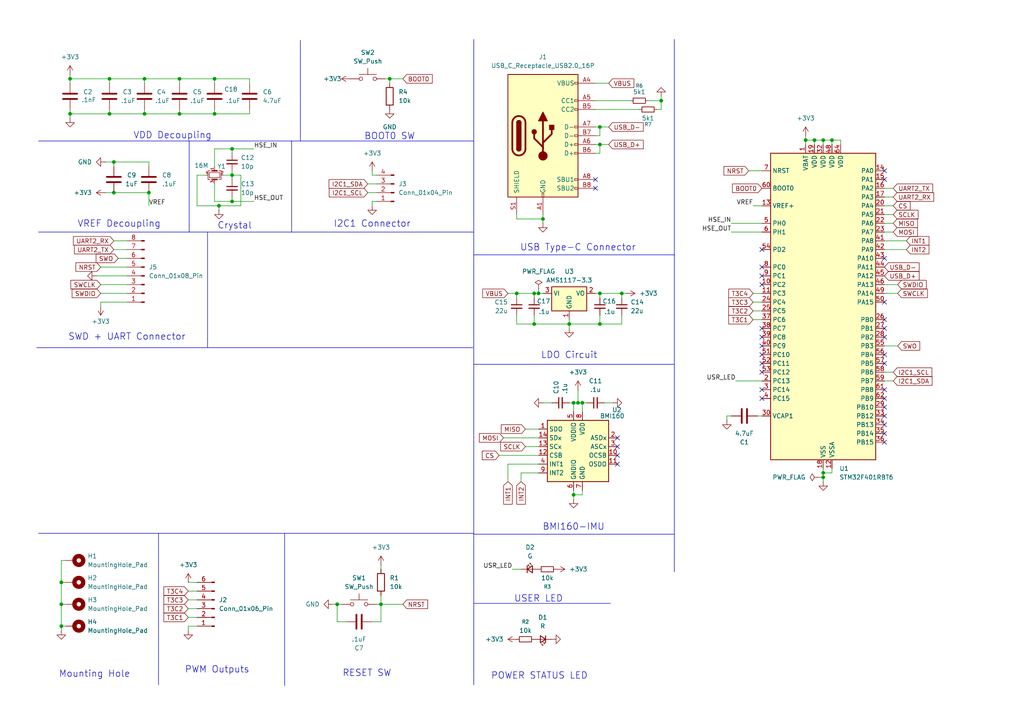
<source format=kicad_sch>
(kicad_sch (version 20250114) (generator "eeschema") (generator_version "9.0")
  (paper "A4")
  (text "Mounting Hole\n" (at 27.432 195.58 0) (effects (font (size 1.905 1.905))))
  (text "PWM Outputs" (at 62.992 194.31 0) (effects (font (size 1.905 1.905))))
  (text "POWER STATUS LED" (at 156.464 196.088 0) (effects (font (size 1.905 1.905))))
  (text "SWD + UART Connector\n" (at 36.83 97.79 0) (effects (font (size 1.905 1.905))))
  (text "USB Type-C Connector\n" (at 167.64 71.882 0) (effects (font (size 1.905 1.905))))
  (text "VREF Decoupling\n" (at 34.544 65.024 0) (effects (font (size 1.905 1.905))))
  (text "RESET SW\n" (at 106.426 195.326 0) (effects (font (size 1.905 1.905))))
  (text "BOOT0 SW" (at 113.03 39.624 0) (effects (font (size 1.905 1.905))))
  (text "I2C1 Connector" (at 107.95 65.024 0) (effects (font (size 1.905 1.905))))
  (text "Crystal" (at 68.072 65.532 0) (effects (font (size 1.905 1.905))))
  (text "USER LED" (at 156.21 173.736 0) (effects (font (size 1.905 1.905))))
  (text "VDD Decoupling\n" (at 50.038 39.37 0) (effects (font (size 1.905 1.905))))
  (text "LDO Circuit" (at 165.1 103.124 0) (effects (font (size 1.905 1.905))))
  (text "BMI160-IMU" (at 166.37 152.908 0) (effects (font (size 1.905 1.905))))
  (junction (at 31.75 22.86))
  (junction (at 67.31 43.18))
  (junction (at 238.76 137.16))
  (junction (at 20.32 22.86))
  (junction (at 173.99 85.09))
  (junction (at 236.22 40.64))
  (junction (at 241.3 40.64))
  (junction (at 17.78 175.26))
  (junction (at 238.76 40.64))
  (junction (at 113.03 22.86))
  (junction (at 191.77 29.21))
  (junction (at 233.68 40.64))
  (junction (at 166.37 143.51))
  (junction (at 154.94 93.98))
  (junction (at 154.94 85.09))
  (junction (at 31.75 33.02))
  (junction (at 167.64 116.84))
  (junction (at 17.78 168.91))
  (junction (at 156.21 85.09))
  (junction (at 97.79 175.26))
  (junction (at 173.99 93.98))
  (junction (at 149.86 85.09))
  (junction (at 165.1 93.98))
  (junction (at 43.18 55.88))
  (junction (at 20.32 33.02))
  (junction (at 173.99 41.91))
  (junction (at 62.23 33.02))
  (junction (at 62.23 22.86))
  (junction (at 52.07 33.02))
  (junction (at 63.5 59.69))
  (junction (at 238.76 138.43))
  (junction (at 41.91 33.02))
  (junction (at 67.31 58.42))
  (junction (at 168.91 116.84))
  (junction (at 33.02 55.88))
  (junction (at 157.48 63.5))
  (junction (at 41.91 22.86))
  (junction (at 180.34 85.09))
  (junction (at 33.02 46.99))
  (junction (at 17.78 181.61))
  (junction (at 173.99 36.83))
  (junction (at 110.49 175.26))
  (junction (at 67.31 50.8))
  (junction (at 166.37 116.84))
  (junction (at 52.07 22.86))
  (no_connect (at 256.54 87.63))
  (no_connect (at 256.54 120.65))
  (no_connect (at 220.98 80.01))
  (no_connect (at 220.98 113.03))
  (no_connect (at 179.07 132.08))
  (no_connect (at 179.07 127))
  (no_connect (at 220.98 115.57))
  (no_connect (at 220.98 102.87))
  (no_connect (at 256.54 49.53))
  (no_connect (at 256.54 95.25))
  (no_connect (at 256.54 74.93))
  (no_connect (at 256.54 92.71))
  (no_connect (at 220.98 77.47))
  (no_connect (at 220.98 97.79))
  (no_connect (at 220.98 105.41))
  (no_connect (at 256.54 125.73))
  (no_connect (at 256.54 128.27))
  (no_connect (at 256.54 123.19))
  (no_connect (at 172.72 54.61))
  (no_connect (at 179.07 134.62))
  (no_connect (at 220.98 72.39))
  (no_connect (at 256.54 105.41))
  (no_connect (at 256.54 52.07))
  (no_connect (at 220.98 95.25))
  (no_connect (at 220.98 82.55))
  (no_connect (at 256.54 113.03))
  (no_connect (at 256.54 102.87))
  (no_connect (at 220.98 100.33))
  (no_connect (at 256.54 115.57))
  (no_connect (at 179.07 129.54))
  (no_connect (at 172.72 52.07))
  (no_connect (at 220.98 107.95))
  (no_connect (at 256.54 118.11))
  (no_connect (at 256.54 97.79))
  (wire (pts (xy 151.13 137.16) (xy 156.21 137.16)))
  (wire (pts (xy 62.23 22.86) (xy 72.39 22.86)))
  (wire (pts (xy 31.75 33.02) (xy 20.32 33.02)))
  (wire (pts (xy 166.37 143.51) (xy 166.37 144.78)))
  (wire (pts (xy 107.95 58.42) (xy 109.22 58.42)))
  (wire (pts (xy 152.4 129.54) (xy 156.21 129.54)))
  (wire (pts (xy 256.54 69.85) (xy 262.89 69.85)))
  (wire (pts (xy 109.22 175.26) (xy 110.49 175.26)))
  (wire (pts (xy 210.82 120.65) (xy 210.82 121.92)))
  (wire (pts (xy 33.02 46.99) (xy 33.02 48.26)))
  (wire (pts (xy 180.34 86.36) (xy 180.34 85.09)))
  (wire (pts (xy 173.99 85.09) (xy 180.34 85.09)))
  (polyline (pts (xy 137.414 73.914) (xy 195.58 73.914)))
  (wire (pts (xy 172.72 24.13) (xy 176.53 24.13)))
  (wire (pts (xy 212.09 64.77) (xy 220.98 64.77)))
  (wire (pts (xy 173.99 36.83) (xy 176.53 36.83)))
  (wire (pts (xy 33.02 46.99) (xy 43.18 46.99)))
  (wire (pts (xy 256.54 54.61) (xy 259.08 54.61)))
  (wire (pts (xy 54.61 171.45) (xy 57.15 171.45)))
  (wire (pts (xy 54.61 168.91) (xy 57.15 168.91)))
  (wire (pts (xy 173.99 93.98) (xy 180.34 93.98)))
  (wire (pts (xy 148.59 165.1) (xy 151.13 165.1)))
  (wire (pts (xy 147.32 85.09) (xy 149.86 85.09)))
  (wire (pts (xy 63.5 60.96) (xy 63.5 59.69)))
  (wire (pts (xy 43.18 46.99) (xy 43.18 48.26)))
  (wire (pts (xy 256.54 64.77) (xy 259.08 64.77)))
  (wire (pts (xy 256.54 82.55) (xy 260.35 82.55)))
  (wire (pts (xy 175.26 116.84) (xy 177.8 116.84)))
  (wire (pts (xy 190.5 31.75) (xy 191.77 31.75)))
  (wire (pts (xy 238.76 137.16) (xy 238.76 138.43)))
  (wire (pts (xy 218.44 87.63) (xy 220.98 87.63)))
  (wire (pts (xy 149.86 91.44) (xy 149.86 93.98)))
  (wire (pts (xy 62.23 33.02) (xy 72.39 33.02)))
  (polyline (pts (xy 60.198 67.31) (xy 60.198 98.298)))
  (wire (pts (xy 29.21 88.9) (xy 29.21 87.63)))
  (wire (pts (xy 17.78 168.91) (xy 19.05 168.91)))
  (wire (pts (xy 63.5 59.69) (xy 69.85 59.69)))
  (wire (pts (xy 113.03 22.86) (xy 116.84 22.86)))
  (wire (pts (xy 256.54 110.49) (xy 259.08 110.49)))
  (polyline (pts (xy 87.122 11.684) (xy 87.122 40.894)))
  (wire (pts (xy 149.86 63.5) (xy 157.48 63.5)))
  (wire (pts (xy 31.75 22.86) (xy 31.75 24.13)))
  (wire (pts (xy 154.94 93.98) (xy 165.1 93.98)))
  (wire (pts (xy 17.78 181.61) (xy 19.05 181.61)))
  (wire (pts (xy 168.91 143.51) (xy 166.37 143.51)))
  (wire (pts (xy 157.48 63.5) (xy 157.48 64.77)))
  (wire (pts (xy 29.21 85.09) (xy 36.83 85.09)))
  (wire (pts (xy 167.64 113.03) (xy 167.64 116.84)))
  (wire (pts (xy 41.91 33.02) (xy 31.75 33.02)))
  (wire (pts (xy 236.22 40.64) (xy 236.22 41.91)))
  (wire (pts (xy 241.3 40.64) (xy 243.84 40.64)))
  (wire (pts (xy 30.48 55.88) (xy 33.02 55.88)))
  (wire (pts (xy 54.61 173.99) (xy 57.15 173.99)))
  (wire (pts (xy 110.49 172.72) (xy 110.49 175.26)))
  (wire (pts (xy 52.07 22.86) (xy 52.07 24.13)))
  (polyline (pts (xy 11.176 67.31) (xy 137.414 67.31)))
  (wire (pts (xy 218.44 92.71) (xy 220.98 92.71)))
  (wire (pts (xy 97.79 180.34) (xy 97.79 175.26)))
  (wire (pts (xy 191.77 27.94) (xy 191.77 29.21)))
  (polyline (pts (xy 54.864 67.056) (xy 54.864 67.31)))
  (wire (pts (xy 156.21 83.82) (xy 156.21 85.09)))
  (polyline (pts (xy 137.414 11.43) (xy 137.414 198.628)))
  (wire (pts (xy 238.76 40.64) (xy 238.76 41.91)))
  (wire (pts (xy 54.61 176.53) (xy 57.15 176.53)))
  (wire (pts (xy 62.23 53.34) (xy 62.23 58.42)))
  (wire (pts (xy 31.75 22.86) (xy 41.91 22.86)))
  (wire (pts (xy 54.61 179.07) (xy 57.15 179.07)))
  (wire (pts (xy 149.86 86.36) (xy 149.86 85.09)))
  (wire (pts (xy 100.33 180.34) (xy 97.79 180.34)))
  (wire (pts (xy 172.72 85.09) (xy 173.99 85.09)))
  (wire (pts (xy 62.23 31.75) (xy 62.23 33.02)))
  (polyline (pts (xy 137.668 154.94) (xy 195.58 154.94)))
  (wire (pts (xy 241.3 40.64) (xy 241.3 41.91)))
  (wire (pts (xy 27.94 80.01) (xy 36.83 80.01)))
  (wire (pts (xy 59.69 50.8) (xy 57.15 50.8)))
  (wire (pts (xy 238.76 135.89) (xy 238.76 137.16)))
  (wire (pts (xy 233.68 39.37) (xy 233.68 40.64)))
  (wire (pts (xy 218.44 85.09) (xy 220.98 85.09)))
  (wire (pts (xy 237.49 138.43) (xy 238.76 138.43)))
  (wire (pts (xy 168.91 119.38) (xy 168.91 116.84)))
  (wire (pts (xy 173.99 44.45) (xy 172.72 44.45)))
  (wire (pts (xy 154.94 91.44) (xy 154.94 93.98)))
  (wire (pts (xy 168.91 142.24) (xy 168.91 143.51)))
  (wire (pts (xy 96.52 175.26) (xy 97.79 175.26)))
  (wire (pts (xy 166.37 116.84) (xy 166.37 119.38)))
  (wire (pts (xy 29.21 82.55) (xy 36.83 82.55)))
  (wire (pts (xy 111.76 22.86) (xy 113.03 22.86)))
  (wire (pts (xy 41.91 31.75) (xy 41.91 33.02)))
  (wire (pts (xy 152.4 124.46) (xy 156.21 124.46)))
  (polyline (pts (xy 137.414 175.006) (xy 177.038 175.006)))
  (wire (pts (xy 64.77 50.8) (xy 67.31 50.8)))
  (wire (pts (xy 69.85 59.69) (xy 69.85 50.8)))
  (polyline (pts (xy 82.55 154.686) (xy 82.55 198.882)))
  (wire (pts (xy 149.86 62.23) (xy 149.86 63.5)))
  (wire (pts (xy 67.31 52.07) (xy 67.31 50.8)))
  (wire (pts (xy 17.78 175.26) (xy 19.05 175.26)))
  (wire (pts (xy 180.34 93.98) (xy 180.34 91.44)))
  (wire (pts (xy 154.94 85.09) (xy 154.94 86.36)))
  (wire (pts (xy 173.99 36.83) (xy 173.99 39.37)))
  (wire (pts (xy 33.02 72.39) (xy 36.83 72.39)))
  (wire (pts (xy 172.72 29.21) (xy 182.88 29.21)))
  (wire (pts (xy 212.09 67.31) (xy 220.98 67.31)))
  (wire (pts (xy 173.99 39.37) (xy 172.72 39.37)))
  (wire (pts (xy 57.15 59.69) (xy 63.5 59.69)))
  (wire (pts (xy 34.29 74.93) (xy 36.83 74.93)))
  (wire (pts (xy 113.03 22.86) (xy 113.03 24.13)))
  (wire (pts (xy 67.31 43.18) (xy 67.31 44.45)))
  (polyline (pts (xy 10.668 100.838) (xy 137.16 100.838)))
  (wire (pts (xy 54.61 181.61) (xy 57.15 181.61)))
  (wire (pts (xy 173.99 91.44) (xy 173.99 93.98)))
  (wire (pts (xy 20.32 24.13) (xy 20.32 22.86)))
  (wire (pts (xy 256.54 57.15) (xy 259.08 57.15)))
  (wire (pts (xy 181.61 85.09) (xy 180.34 85.09)))
  (wire (pts (xy 62.23 48.26) (xy 62.23 43.18)))
  (wire (pts (xy 20.32 33.02) (xy 20.32 31.75)))
  (wire (pts (xy 256.54 72.39) (xy 262.89 72.39)))
  (wire (pts (xy 41.91 22.86) (xy 52.07 22.86)))
  (wire (pts (xy 107.95 49.53) (xy 107.95 50.8)))
  (polyline (pts (xy 137.414 105.664) (xy 195.58 105.664)))
  (wire (pts (xy 20.32 22.86) (xy 31.75 22.86)))
  (wire (pts (xy 62.23 22.86) (xy 62.23 24.13)))
  (polyline (pts (xy 84.582 41.148) (xy 84.582 67.31)))
  (wire (pts (xy 238.76 138.43) (xy 238.76 139.7)))
  (wire (pts (xy 256.54 100.33) (xy 260.35 100.33)))
  (wire (pts (xy 219.71 120.65) (xy 220.98 120.65)))
  (wire (pts (xy 17.78 181.61) (xy 17.78 182.88)))
  (wire (pts (xy 67.31 58.42) (xy 73.66 58.42)))
  (wire (pts (xy 97.79 175.26) (xy 99.06 175.26)))
  (wire (pts (xy 213.36 110.49) (xy 220.98 110.49)))
  (wire (pts (xy 52.07 22.86) (xy 62.23 22.86)))
  (polyline (pts (xy 45.974 154.686) (xy 45.974 198.628)))
  (wire (pts (xy 41.91 22.86) (xy 41.91 24.13)))
  (wire (pts (xy 110.49 163.83) (xy 110.49 165.1)))
  (wire (pts (xy 157.48 116.84) (xy 160.02 116.84)))
  (wire (pts (xy 166.37 142.24) (xy 166.37 143.51)))
  (wire (pts (xy 54.61 182.88) (xy 54.61 181.61)))
  (wire (pts (xy 107.95 50.8) (xy 109.22 50.8)))
  (wire (pts (xy 52.07 33.02) (xy 62.23 33.02)))
  (wire (pts (xy 191.77 31.75) (xy 191.77 29.21)))
  (wire (pts (xy 233.68 40.64) (xy 236.22 40.64)))
  (wire (pts (xy 149.86 93.98) (xy 154.94 93.98)))
  (wire (pts (xy 173.99 85.09) (xy 173.99 86.36)))
  (wire (pts (xy 149.86 85.09) (xy 154.94 85.09)))
  (wire (pts (xy 17.78 175.26) (xy 17.78 181.61)))
  (wire (pts (xy 168.91 116.84) (xy 170.18 116.84)))
  (wire (pts (xy 31.75 31.75) (xy 31.75 33.02)))
  (wire (pts (xy 165.1 116.84) (xy 166.37 116.84)))
  (wire (pts (xy 241.3 137.16) (xy 238.76 137.16)))
  (wire (pts (xy 147.32 134.62) (xy 156.21 134.62)))
  (wire (pts (xy 167.64 116.84) (xy 168.91 116.84)))
  (wire (pts (xy 172.72 41.91) (xy 173.99 41.91)))
  (wire (pts (xy 241.3 135.89) (xy 241.3 137.16)))
  (wire (pts (xy 191.77 29.21) (xy 187.96 29.21)))
  (wire (pts (xy 154.94 85.09) (xy 156.21 85.09)))
  (wire (pts (xy 151.13 139.7) (xy 151.13 137.16)))
  (wire (pts (xy 20.32 33.02) (xy 20.32 34.29)))
  (wire (pts (xy 17.78 168.91) (xy 17.78 175.26)))
  (wire (pts (xy 166.37 116.84) (xy 167.64 116.84)))
  (wire (pts (xy 218.44 90.17) (xy 220.98 90.17)))
  (wire (pts (xy 106.68 55.88) (xy 109.22 55.88)))
  (polyline (pts (xy 54.864 40.894) (xy 54.864 67.056)))
  (wire (pts (xy 62.23 43.18) (xy 67.31 43.18)))
  (wire (pts (xy 157.48 62.23) (xy 157.48 63.5)))
  (wire (pts (xy 156.21 85.09) (xy 157.48 85.09)))
  (wire (pts (xy 212.09 120.65) (xy 210.82 120.65)))
  (wire (pts (xy 173.99 41.91) (xy 176.53 41.91)))
  (wire (pts (xy 19.05 162.56) (xy 17.78 162.56)))
  (wire (pts (xy 43.18 55.88) (xy 43.18 59.69)))
  (wire (pts (xy 256.54 107.95) (xy 259.08 107.95)))
  (wire (pts (xy 173.99 41.91) (xy 173.99 44.45)))
  (wire (pts (xy 106.68 53.34) (xy 109.22 53.34)))
  (wire (pts (xy 33.02 69.85) (xy 36.83 69.85)))
  (wire (pts (xy 144.78 132.08) (xy 156.21 132.08)))
  (wire (pts (xy 107.95 180.34) (xy 110.49 180.34)))
  (wire (pts (xy 165.1 92.71) (xy 165.1 93.98)))
  (wire (pts (xy 62.23 58.42) (xy 67.31 58.42)))
  (wire (pts (xy 147.32 139.7) (xy 147.32 134.62)))
  (wire (pts (xy 165.1 93.98) (xy 173.99 93.98)))
  (wire (pts (xy 52.07 33.02) (xy 41.91 33.02)))
  (wire (pts (xy 217.17 49.53) (xy 220.98 49.53)))
  (wire (pts (xy 110.49 175.26) (xy 116.84 175.26)))
  (wire (pts (xy 256.54 67.31) (xy 259.08 67.31)))
  (wire (pts (xy 72.39 24.13) (xy 72.39 22.86)))
  (wire (pts (xy 57.15 50.8) (xy 57.15 59.69)))
  (wire (pts (xy 236.22 40.64) (xy 238.76 40.64)))
  (polyline (pts (xy 60.198 98.298) (xy 60.198 100.838)))
  (wire (pts (xy 29.21 87.63) (xy 36.83 87.63)))
  (wire (pts (xy 256.54 85.09) (xy 260.35 85.09)))
  (wire (pts (xy 218.44 59.69) (xy 220.98 59.69)))
  (wire (pts (xy 67.31 49.53) (xy 67.31 50.8)))
  (wire (pts (xy 243.84 41.91) (xy 243.84 40.64)))
  (wire (pts (xy 20.32 21.59) (xy 20.32 22.86)))
  (polyline (pts (xy 195.58 11.43) (xy 195.58 165.862)))
  (wire (pts (xy 256.54 62.23) (xy 259.08 62.23)))
  (wire (pts (xy 233.68 40.64) (xy 233.68 41.91)))
  (wire (pts (xy 43.18 55.88) (xy 33.02 55.88)))
  (wire (pts (xy 30.48 46.99) (xy 33.02 46.99)))
  (wire (pts (xy 17.78 162.56) (xy 17.78 168.91)))
  (wire (pts (xy 165.1 93.98) (xy 165.1 95.25)))
  (wire (pts (xy 110.49 180.34) (xy 110.49 175.26)))
  (wire (pts (xy 67.31 43.18) (xy 73.66 43.18)))
  (wire (pts (xy 69.85 50.8) (xy 67.31 50.8)))
  (wire (pts (xy 146.05 127) (xy 156.21 127)))
  (polyline (pts (xy 84.582 40.894) (xy 84.582 41.148)))
  (wire (pts (xy 72.39 31.75) (xy 72.39 33.02)))
  (polyline (pts (xy 137.414 154.94) (xy 137.668 154.94)))
  (wire (pts (xy 256.54 59.69) (xy 259.08 59.69)))
  (wire (pts (xy 172.72 31.75) (xy 185.42 31.75)))
  (wire (pts (xy 172.72 36.83) (xy 173.99 36.83)))
  (wire (pts (xy 29.21 77.47) (xy 36.83 77.47)))
  (wire (pts (xy 67.31 57.15) (xy 67.31 58.42)))
  (wire (pts (xy 107.95 59.69) (xy 107.95 58.42)))
  (polyline (pts (xy 11.176 154.686) (xy 137.414 154.686)))
  (wire (pts (xy 238.76 40.64) (xy 241.3 40.64)))
  (polyline (pts (xy 11.176 40.894) (xy 137.414 40.894)))
  (polyline (pts (xy 195.58 73.914) (xy 195.58 74.422)))
  (wire (pts (xy 52.07 31.75) (xy 52.07 33.02)))
  (label "VREF" (at 218.44 59.69 180))
  (label "USR_LED" (at 148.59 165.1 180))
  (label "HSE_OUT" (at 73.66 58.42 0))
  (label "HSE_IN" (at 73.66 43.18 0))
  (label "HSE_IN" (at 212.09 64.77 180))
  (label "HSE_OUT" (at 212.09 67.31 180))
  (label "VREF" (at 43.18 59.69 0))
  (label "USR_LED" (at 213.36 110.49 180))
  (global_label "NRST" (shape input) (at 29.21 77.47 180) (property "Intersheetrefs" "${INTERSHEET_REFS}" (effects (hide yes))))
  (global_label "I2C1_SDA" (shape input) (at 259.08 110.49 0) (property "Intersheetrefs" "${INTERSHEET_REFS}" (effects (hide yes))))
  (global_label "INT2" (shape input) (at 262.89 72.39 0) (property "Intersheetrefs" "${INTERSHEET_REFS}" (effects (hide yes))))
  (global_label "INT1" (shape input) (at 147.32 139.7 270) (property "Intersheetrefs" "${INTERSHEET_REFS}" (effects (hide yes))))
  (global_label "I2C1_SDA" (shape input) (at 106.68 53.34 180) (property "Intersheetrefs" "${INTERSHEET_REFS}" (effects (hide yes))))
  (global_label "USB_D-" (shape input) (at 256.54 77.47 0) (property "Intersheetrefs" "${INTERSHEET_REFS}" (effects (hide yes))))
  (global_label "UART2_TX" (shape input) (at 259.08 54.61 0) (property "Intersheetrefs" "${INTERSHEET_REFS}" (effects (hide yes))))
  (global_label "T3C4" (shape input) (at 218.44 85.09 180) (property "Intersheetrefs" "${INTERSHEET_REFS}" (effects (hide yes))))
  (global_label "CS" (shape input) (at 144.78 132.08 180) (property "Intersheetrefs" "${INTERSHEET_REFS}" (effects (hide yes))))
  (global_label "SWCLK" (shape input) (at 260.35 85.09 0) (property "Intersheetrefs" "${INTERSHEET_REFS}" (effects (hide yes))))
  (global_label "CS" (shape input) (at 259.08 59.69 0) (property "Intersheetrefs" "${INTERSHEET_REFS}" (effects (hide yes))))
  (global_label "VBUS" (shape input) (at 176.53 24.13 0) (property "Intersheetrefs" "${INTERSHEET_REFS}" (effects (hide yes))))
  (global_label "UART2_RX" (shape input) (at 259.08 57.15 0) (property "Intersheetrefs" "${INTERSHEET_REFS}" (effects (hide yes))))
  (global_label "MOSI" (shape input) (at 259.08 67.31 0) (property "Intersheetrefs" "${INTERSHEET_REFS}" (effects (hide yes))))
  (global_label "NRST" (shape input) (at 116.84 175.26 0) (property "Intersheetrefs" "${INTERSHEET_REFS}" (effects (hide yes))))
  (global_label "SWO" (shape input) (at 260.35 100.33 0) (property "Intersheetrefs" "${INTERSHEET_REFS}" (effects (hide yes))))
  (global_label "USB_D-" (shape input) (at 176.53 36.83 0) (property "Intersheetrefs" "${INTERSHEET_REFS}" (effects (hide yes))))
  (global_label "INT1" (shape input) (at 262.89 69.85 0) (property "Intersheetrefs" "${INTERSHEET_REFS}" (effects (hide yes))))
  (global_label "NRST" (shape input) (at 217.17 49.53 180) (property "Intersheetrefs" "${INTERSHEET_REFS}" (effects (hide yes))))
  (global_label "SWDIO" (shape input) (at 29.21 85.09 180) (property "Intersheetrefs" "${INTERSHEET_REFS}" (effects (hide yes))))
  (global_label "SCLK" (shape input) (at 152.4 129.54 180) (property "Intersheetrefs" "${INTERSHEET_REFS}" (effects (hide yes))))
  (global_label "BOOT0" (shape input) (at 116.84 22.86 0) (property "Intersheetrefs" "${INTERSHEET_REFS}" (effects (hide yes))))
  (global_label "T3C3" (shape input) (at 54.61 173.99 180) (property "Intersheetrefs" "${INTERSHEET_REFS}" (effects (hide yes))))
  (global_label "SCLK" (shape input) (at 259.08 62.23 0) (property "Intersheetrefs" "${INTERSHEET_REFS}" (effects (hide yes))))
  (global_label "T3C3" (shape input) (at 218.44 87.63 180) (property "Intersheetrefs" "${INTERSHEET_REFS}" (effects (hide yes))))
  (global_label "INT2" (shape input) (at 151.13 139.7 270) (property "Intersheetrefs" "${INTERSHEET_REFS}" (effects (hide yes))))
  (global_label "I2C1_SCL" (shape input) (at 259.08 107.95 0) (property "Intersheetrefs" "${INTERSHEET_REFS}" (effects (hide yes))))
  (global_label "T3C2" (shape input) (at 54.61 176.53 180) (property "Intersheetrefs" "${INTERSHEET_REFS}" (effects (hide yes))))
  (global_label "T3C1" (shape input) (at 218.44 92.71 180) (property "Intersheetrefs" "${INTERSHEET_REFS}" (effects (hide yes))))
  (global_label "USB_D+" (shape input) (at 256.54 80.01 0) (property "Intersheetrefs" "${INTERSHEET_REFS}" (effects (hide yes))))
  (global_label "BOOT0" (shape input) (at 220.98 54.61 180) (property "Intersheetrefs" "${INTERSHEET_REFS}" (effects (hide yes))))
  (global_label "MISO" (shape input) (at 152.4 124.46 180) (property "Intersheetrefs" "${INTERSHEET_REFS}" (effects (hide yes))))
  (global_label "MISO" (shape input) (at 259.08 64.77 0) (property "Intersheetrefs" "${INTERSHEET_REFS}" (effects (hide yes))))
  (global_label "I2C1_SCL" (shape input) (at 106.68 55.88 180) (property "Intersheetrefs" "${INTERSHEET_REFS}" (effects (hide yes))))
  (global_label "SWO" (shape input) (at 34.29 74.93 180) (property "Intersheetrefs" "${INTERSHEET_REFS}" (effects (hide yes))))
  (global_label "VBUS" (shape input) (at 147.32 85.09 180) (property "Intersheetrefs" "${INTERSHEET_REFS}" (effects (hide yes))))
  (global_label "UART2_RX" (shape input) (at 33.02 69.85 180) (property "Intersheetrefs" "${INTERSHEET_REFS}" (effects (hide yes))))
  (global_label "T3C4" (shape input) (at 54.61 171.45 180) (property "Intersheetrefs" "${INTERSHEET_REFS}" (effects (hide yes))))
  (global_label "SWDIO" (shape input) (at 260.35 82.55 0) (property "Intersheetrefs" "${INTERSHEET_REFS}" (effects (hide yes))))
  (global_label "UART2_TX" (shape input) (at 33.02 72.39 180) (property "Intersheetrefs" "${INTERSHEET_REFS}" (effects (hide yes))))
  (global_label "SWCLK" (shape input) (at 29.21 82.55 180) (property "Intersheetrefs" "${INTERSHEET_REFS}" (effects (hide yes))))
  (global_label "T3C1" (shape input) (at 54.61 179.07 180) (property "Intersheetrefs" "${INTERSHEET_REFS}" (effects (hide yes))))
  (global_label "T3C2" (shape input) (at 218.44 90.17 180) (property "Intersheetrefs" "${INTERSHEET_REFS}" (effects (hide yes))))
  (global_label "MOSI" (shape input) (at 146.05 127 180) (property "Intersheetrefs" "${INTERSHEET_REFS}" (effects (hide yes))))
  (global_label "USB_D+" (shape input) (at 176.53 41.91 0) (property "Intersheetrefs" "${INTERSHEET_REFS}" (effects (hide yes))))
  (symbol (lib_id "power:PWR_FLAG") (at 237.49 138.43 90) (unit 1)
    (property "Reference" "#FLG02" (effects (hide yes)))
    (property "Value" "PWR_FLAG" (at 233.68 138.4299 90) (effects (justify left)))
    (property "Description" "Special symbol for telling ERC where power comes from" (effects (hide yes)))
  )
  (symbol (lib_id "Device:C_Small") (at 180.34 88.9 0) (unit 1)
    (property "Reference" "C14" (at 182.88 87.6362 0) (effects (justify left)))
    (property "Value" "22u" (at 182.88 90.1762 0) (effects (justify left)))
    (property "Footprint" "Capacitor_SMD:C_0603_1608Metric" (effects (hide yes)))
    (property "Description" "Unpolarized capacitor, small symbol" (effects (hide yes)))
  )
  (symbol (lib_id "Device:R_Small") (at 152.4 185.42 90) (unit 1)
    (property "Reference" "R2" (at 152.4 180.34 90) (effects (font (size 1.016 1.016))))
    (property "Value" "10k" (at 152.4 182.88 90))
    (property "Footprint" "Resistor_SMD:R_0402_1005Metric" (effects (hide yes)))
    (property "Description" "Resistor, small symbol" (effects (hide yes)))
  )
  (symbol (lib_id "power:GND") (at 27.94 80.01 270) (unit 1)
    (property "Reference" "#PWR025" (effects (hide yes)))
    (property "Value" "GND" (effects (hide yes)))
    (property "Description" "Power symbol creates a global label with name \"GND\" , ground" (effects (hide yes)))
  )
  (symbol (lib_id "Device:R") (at 113.03 27.94 0) (unit 1)
    (property "Reference" "R4" (at 115.57 26.6699 0) (effects (justify left)))
    (property "Value" "10k" (at 115.57 29.2099 0) (effects (justify left)))
    (property "Footprint" "Resistor_SMD:R_0402_1005Metric" (effects (hide yes)))
    (property "Description" "Resistor" (effects (hide yes)))
  )
  (symbol (lib_id "power:GND") (at 20.32 34.29 0) (unit 1)
    (property "Reference" "#PWR04" (effects (hide yes)))
    (property "Value" "GND" (effects (hide yes)))
    (property "Description" "Power symbol creates a global label with name \"GND\" , ground" (effects (hide yes)))
  )
  (symbol (lib_id "Device:C") (at 52.07 27.94 0) (unit 1)
    (property "Reference" "C5" (at 55.88 26.6699 0) (effects (justify left)))
    (property "Value" ".1uF" (at 55.118 29.21 0) (effects (justify left)))
    (property "Footprint" "Capacitor_SMD:C_0402_1005Metric" (effects (hide yes)))
    (property "Description" "Unpolarized capacitor" (effects (hide yes)))
  )
  (symbol (lib_id "Connector:Conn_01x06_Pin") (at 62.23 176.53 180) (unit 1)
    (property "Reference" "J2" (at 63.5 173.9899 0) (effects (justify right)))
    (property "Value" "Conn_01x06_Pin" (at 63.5 176.5299 0) (effects (justify right)))
    (property "Footprint" "Connector_JST:JST_SH_SM06B-SRSS-TB_1x06-1MP_P1.00mm_Horizontal" (effects (hide yes)))
    (property "Description" "Generic connector, single row, 01x06, script generated" (effects (hide yes)))
  )
  (symbol (lib_id "Mechanical:MountingHole_Pad") (at 21.59 175.26 270) (unit 1) (in_bom no)
    (property "Reference" "H3" (at 25.4 173.9899 90) (effects (justify left)))
    (property "Value" "MountingHole_Pad" (at 25.4 176.5299 90) (effects (justify left)))
    (property "Footprint" "MountingHole:MountingHole_2.2mm_M2_Pad_Via" (effects (hide yes)))
    (property "Description" "Mounting Hole with connection" (effects (hide yes)))
  )
  (symbol (lib_id "Device:C") (at 31.75 27.94 0) (unit 1)
    (property "Reference" "C3" (at 35.56 26.6699 0) (effects (justify left)))
    (property "Value" ".1uF" (at 35.052 29.21 0) (effects (justify left)))
    (property "Footprint" "Capacitor_SMD:C_0402_1005Metric" (effects (hide yes)))
    (property "Description" "Unpolarized capacitor" (effects (hide yes)))
  )
  (symbol (lib_id "Device:C_Small") (at 162.56 116.84 90) (unit 1)
    (property "Reference" "C10" (at 161.2962 114.3 0) (effects (justify left)))
    (property "Value" ".1u" (at 163.8362 114.3 0) (effects (justify left)))
    (property "Footprint" "Capacitor_SMD:C_0402_1005Metric" (effects (hide yes)))
    (property "Description" "Unpolarized capacitor, small symbol" (effects (hide yes)))
  )
  (symbol (lib_id "power:GND") (at 157.48 64.77 0) (unit 1)
    (property "Reference" "#PWR015" (effects (hide yes)))
    (property "Value" "GND" (effects (hide yes)))
    (property "Description" "Power symbol creates a global label with name \"GND\" , ground" (effects (hide yes)))
  )
  (symbol (lib_id "power:+3V3") (at 181.61 85.09 270) (unit 1)
    (property "Reference" "#PWR010" (effects (hide yes)))
    (property "Value" "+3V3" (at 185.42 85.0899 90) (effects (justify left)))
    (property "Description" "Power symbol creates a global label with name \"+3V3\"" (effects (hide yes)))
  )
  (symbol (lib_id "power:+3V3") (at 29.21 88.9 180) (unit 1)
    (property "Reference" "#PWR031" (effects (hide yes)))
    (property "Value" "+3V3" (at 29.21 93.218 0))
    (property "Description" "Power symbol creates a global label with name \"+3V3\"" (effects (hide yes)))
  )
  (symbol (lib_id "Device:C") (at 72.39 27.94 0) (unit 1)
    (property "Reference" "C6" (at 76.2 26.6699 0) (effects (justify left)))
    (property "Value" "4.7uF" (at 76.2 29.2099 0) (effects (justify left)))
    (property "Footprint" "Capacitor_SMD:C_0603_1608Metric" (effects (hide yes)))
    (property "Description" "Unpolarized capacitor" (effects (hide yes)))
  )
  (symbol (lib_id "power:+3V3") (at 110.49 163.83 0) (unit 1)
    (property "Reference" "#PWR07" (effects (hide yes)))
    (property "Value" "+3V3" (at 110.49 158.75 0))
    (property "Description" "Power symbol creates a global label with name \"+3V3\"" (effects (hide yes)))
  )
  (symbol (lib_id "Device:C_Small") (at 172.72 116.84 90) (unit 1)
    (property "Reference" "C11" (at 172.7263 110.49 90))
    (property "Value" ".1u" (at 172.7263 113.03 90))
    (property "Footprint" "Capacitor_SMD:C_0402_1005Metric" (effects (hide yes)))
    (property "Description" "Unpolarized capacitor, small symbol" (effects (hide yes)))
  )
  (symbol (lib_id "power:PWR_FLAG") (at 156.21 83.82 0) (unit 1)
    (property "Reference" "#FLG01" (effects (hide yes)))
    (property "Value" "PWR_FLAG" (at 156.21 78.74 0))
    (property "Description" "Special symbol for telling ERC where power comes from" (effects (hide yes)))
  )
  (symbol (lib_id "Device:LED_Small") (at 157.48 185.42 180) (unit 1)
    (property "Reference" "D1" (at 157.4165 179.07 0))
    (property "Value" "R" (at 157.4165 181.61 0))
    (property "Footprint" "LED_SMD:LED_0402_1005Metric" (effects (hide yes)))
    (property "Description" "Light emitting diode, small symbol" (effects (hide yes)))
    (property "Sim.Pin" "1=K 2=A" (effects (hide yes)))
  )
  (symbol (lib_id "Device:C_Small") (at 67.31 46.99 0) (unit 1)
    (property "Reference" "C12" (at 69.85 45.7262 0) (effects (justify left)))
    (property "Value" "10p" (at 69.85 48.2662 0) (effects (justify left)))
    (property "Footprint" "Capacitor_SMD:C_0402_1005Metric" (effects (hide yes)))
    (property "Description" "Unpolarized capacitor, small symbol" (effects (hide yes)))
  )
  (symbol (lib_id "power:+3V3") (at 149.86 185.42 90) (unit 1)
    (property "Reference" "#PWR018" (effects (hide yes)))
    (property "Value" "+3V3" (at 146.05 185.4199 90) (effects (justify left)))
    (property "Description" "Power symbol creates a global label with name \"+3V3\"" (effects (hide yes)))
  )
  (symbol (lib_id "Device:C") (at 104.14 180.34 90) (mirror x) (unit 1)
    (property "Reference" "C7" (at 104.14 187.96 90))
    (property "Value" ".1uF" (at 104.14 185.42 90))
    (property "Footprint" "Capacitor_SMD:C_0402_1005Metric" (effects (hide yes)))
    (property "Description" "Unpolarized capacitor" (effects (hide yes)))
  )
  (symbol (lib_id "Sensor_Motion:BMI160") (at 168.91 129.54 0) (unit 1)
    (property "Reference" "U2" (at 177.546 118.872 0) (effects (justify left)))
    (property "Value" "BMI160" (at 173.99 120.65 0) (effects (justify left)))
    (property "Footprint" "Package_LGA:Bosch_LGA-14_3x2.5mm_P0.5mm" (effects (hide yes)))
    (property "Datasheet" "https://www.bosch-sensortec.com/media/boschsensortec/downloads/datasheets/bst-bmi160-ds000.pdf" (effects (hide yes)))
    (property "Description" "Small, low power inertial measurement unit, LGA-14" (effects (hide yes)))
  )
  (symbol (lib_id "Device:C") (at 33.02 52.07 0) (unit 1)
    (property "Reference" "C9" (at 36.83 50.7999 0) (effects (justify left)))
    (property "Value" "1uF" (at 36.322 53.34 0) (effects (justify left)))
    (property "Footprint" "Capacitor_SMD:C_0603_1608Metric" (effects (hide yes)))
    (property "Description" "Unpolarized capacitor" (effects (hide yes)))
  )
  (symbol (lib_id "power:+3V3") (at 167.64 113.03 0) (unit 1)
    (property "Reference" "#PWR013" (effects (hide yes)))
    (property "Value" "+3V3" (at 167.64 107.95 0))
    (property "Description" "Power symbol creates a global label with name \"+3V3\"" (effects (hide yes)))
  )
  (symbol (lib_id "Device:R_Small") (at 158.75 165.1 270) (unit 1)
    (property "Reference" "R3" (at 158.75 170.18 90) (effects (font (size 1.016 1.016))))
    (property "Value" "10k" (at 158.75 167.64 90))
    (property "Footprint" "Resistor_SMD:R_0402_1005Metric" (effects (hide yes)))
    (property "Description" "Resistor, small symbol" (effects (hide yes)))
  )
  (symbol (lib_id "Device:C") (at 43.18 52.07 0) (unit 1)
    (property "Reference" "C8" (at 46.99 50.7999 0) (effects (justify left)))
    (property "Value" ".1uF" (at 46.99 53.3399 0) (effects (justify left)))
    (property "Footprint" "Capacitor_SMD:C_0402_1005Metric" (effects (hide yes)))
    (property "Description" "Unpolarized capacitor" (effects (hide yes)))
  )
  (symbol (lib_id "Connector:USB_C_Receptacle_USB2.0_16P") (at 157.48 39.37 0) (unit 1)
    (property "Reference" "J1" (at 157.48 16.51 0))
    (property "Value" "USB_C_Receptacle_USB2.0_16P" (at 157.48 19.05 0))
    (property "Footprint" "Connector_USB:USB_C_Receptacle_GCT_USB4105-xx-A_16P_TopMnt_Horizontal" (effects (hide yes)))
    (property "Datasheet" "https://www.usb.org/sites/default/files/documents/usb_type-c.zip" (effects (hide yes)))
    (property "Description" "USB 2.0-only 16P Type-C Receptacle connector" (effects (hide yes)))
  )
  (symbol (lib_id "Connector:Conn_01x04_Pin") (at 114.3 55.88 180) (unit 1)
    (property "Reference" "J3" (at 115.57 53.3399 0) (effects (justify right)))
    (property "Value" "Conn_01x04_Pin" (at 115.57 55.8799 0) (effects (justify right)))
    (property "Footprint" "Connector_JST:JST_SH_SM04B-SRSS-TB_1x04-1MP_P1.00mm_Horizontal" (effects (hide yes)))
    (property "Description" "Generic connector, single row, 01x04, script generated" (effects (hide yes)))
  )
  (symbol (lib_id "power:GND") (at 166.37 144.78 0) (unit 1)
    (property "Reference" "#PWR014" (effects (hide yes)))
    (property "Value" "GND" (effects (hide yes)))
    (property "Description" "Power symbol creates a global label with name \"GND\" , ground" (effects (hide yes)))
  )
  (symbol (lib_id "power:GND") (at 30.48 46.99 270) (unit 1)
    (property "Reference" "#PWR09" (effects (hide yes)))
    (property "Value" "GND" (at 26.67 46.9899 90) (effects (justify right)))
    (property "Description" "Power symbol creates a global label with name \"GND\" , ground" (effects (hide yes)))
  )
  (symbol (lib_id "power:GND") (at 177.8 116.84 90) (unit 1)
    (property "Reference" "#PWR011" (effects (hide yes)))
    (property "Value" "GND" (effects (hide yes)))
    (property "Description" "Power symbol creates a global label with name \"GND\" , ground" (effects (hide yes)))
  )
  (symbol (lib_id "Mechanical:MountingHole_Pad") (at 21.59 162.56 270) (unit 1) (in_bom no)
    (property "Reference" "H1" (at 25.4 161.2899 90) (effects (justify left)))
    (property "Value" "MountingHole_Pad" (at 25.4 163.8299 90) (effects (justify left)))
    (property "Footprint" "MountingHole:MountingHole_2.2mm_M2_Pad_Via" (effects (hide yes)))
    (property "Description" "Mounting Hole with connection" (effects (hide yes)))
  )
  (symbol (lib_id "Device:C") (at 62.23 27.94 0) (unit 1)
    (property "Reference" "C18" (at 65.024 25.908 0) (effects (justify left)))
    (property "Value" ".1uF" (at 65.532 29.21 0) (effects (justify left)))
    (property "Footprint" "Capacitor_SMD:C_0402_1005Metric" (effects (hide yes)))
    (property "Description" "Unpolarized capacitor" (effects (hide yes)))
  )
  (symbol (lib_id "power:+3V3") (at 20.32 21.59 0) (unit 1)
    (property "Reference" "#PWR05" (effects (hide yes)))
    (property "Value" "+3V3" (at 20.32 16.51 0))
    (property "Description" "Power symbol creates a global label with name \"+3V3\"" (effects (hide yes)))
  )
  (symbol (lib_id "power:GND") (at 63.5 60.96 0) (mirror y) (unit 1)
    (property "Reference" "#PWR016" (effects (hide yes)))
    (property "Value" "GND" (effects (hide yes)))
    (property "Description" "Power symbol creates a global label with name \"GND\" , ground" (effects (hide yes)))
  )
  (symbol (lib_id "Connector:Conn_01x08_Pin") (at 41.91 80.01 180) (unit 1)
    (property "Reference" "J5" (at 43.18 77.4699 0) (effects (justify right)))
    (property "Value" "Conn_01x08_Pin" (at 43.18 80.0099 0) (effects (justify right)))
    (property "Footprint" "Custom:Conn_0x08" (effects (hide yes)))
    (property "Description" "Generic connector, single row, 01x08, script generated" (effects (hide yes)))
  )
  (symbol (lib_id "Device:R") (at 110.49 168.91 180) (unit 1)
    (property "Reference" "R1" (at 113.03 167.6399 0) (effects (justify right)))
    (property "Value" "10k" (at 113.03 170.1799 0) (effects (justify right)))
    (property "Footprint" "Resistor_SMD:R_0402_1005Metric" (effects (hide yes)))
    (property "Description" "Resistor" (effects (hide yes)))
  )
  (symbol (lib_id "power:GND") (at 107.95 59.69 0) (unit 1)
    (property "Reference" "#PWR029" (effects (hide yes)))
    (property "Value" "GND" (effects (hide yes)))
    (property "Description" "Power symbol creates a global label with name \"GND\" , ground" (effects (hide yes)))
  )
  (symbol (lib_id "power:+3V3") (at 161.29 165.1 270) (unit 1)
    (property "Reference" "#PWR020" (effects (hide yes)))
    (property "Value" "+3V3" (at 165.1 165.1001 90) (effects (justify left)))
    (property "Description" "Power symbol creates a global label with name \"+3V3\"" (effects (hide yes)))
  )
  (symbol (lib_id "power:GND") (at 160.02 185.42 90) (mirror x) (unit 1)
    (property "Reference" "#PWR019" (effects (hide yes)))
    (property "Value" "GND" (effects (hide yes)))
    (property "Description" "Power symbol creates a global label with name \"GND\" , ground" (effects (hide yes)))
  )
  (symbol (lib_id "Device:C_Small") (at 67.31 54.61 0) (unit 1)
    (property "Reference" "C13" (at 69.85 53.3462 0) (effects (justify left)))
    (property "Value" "10p" (at 69.85 55.8862 0) (effects (justify left)))
    (property "Footprint" "Capacitor_SMD:C_0402_1005Metric" (effects (hide yes)))
    (property "Description" "Unpolarized capacitor, small symbol" (effects (hide yes)))
  )
  (symbol (lib_id "power:GND") (at 54.61 182.88 0) (unit 1)
    (property "Reference" "#PWR027" (effects (hide yes)))
    (property "Value" "GND" (effects (hide yes)))
    (property "Description" "Power symbol creates a global label with name \"GND\" , ground" (effects (hide yes)))
  )
  (symbol (lib_id "Device:C") (at 20.32 27.94 0) (unit 1)
    (property "Reference" "C2" (at 24.13 26.6699 0) (effects (justify left)))
    (property "Value" ".1nF" (at 23.622 28.956 0) (effects (justify left)))
    (property "Footprint" "Capacitor_SMD:C_0402_1005Metric" (effects (hide yes)))
    (property "Description" "Unpolarized capacitor" (effects (hide yes)))
  )
  (symbol (lib_id "power:+3V3") (at 233.68 39.37 0) (unit 1)
    (property "Reference" "#PWR03" (effects (hide yes)))
    (property "Value" "+3V3" (at 233.68 34.29 0))
    (property "Description" "Power symbol creates a global label with name \"+3V3\"" (effects (hide yes)))
  )
  (symbol (lib_id "power:GND") (at 17.78 182.88 0) (unit 1)
    (property "Reference" "#PWR024" (effects (hide yes)))
    (property "Value" "GND" (effects (hide yes)))
    (property "Description" "Power symbol creates a global label with name \"GND\" , ground" (effects (hide yes)))
  )
  (symbol (lib_id "Device:Crystal_GND24_Small") (at 62.23 50.8 90) (mirror x) (unit 1)
    (property "Reference" "Y1" (at 64.262 48.26 90))
    (property "Value" "16M" (at 58.42 48.006 90))
    (property "Footprint" "Crystal:Crystal_SMD_3225-4Pin_3.2x2.5mm" (effects (hide yes)))
    (property "Description" "Four pin crystal, GND on pins 2 and 4, small symbol" (effects (hide yes)))
  )
  (symbol (lib_id "Mechanical:MountingHole_Pad") (at 21.59 181.61 270) (unit 1) (in_bom no)
    (property "Reference" "H4" (at 25.4 180.3399 90) (effects (justify left)))
    (property "Value" "MountingHole_Pad" (at 25.4 182.8799 90) (effects (justify left)))
    (property "Footprint" "MountingHole:MountingHole_2.2mm_M2_Pad_Via" (effects (hide yes)))
    (property "Description" "Mounting Hole with connection" (effects (hide yes)))
  )
  (symbol (lib_id "power:GND") (at 191.77 27.94 180) (unit 1)
    (property "Reference" "#PWR023" (effects (hide yes)))
    (property "Value" "GND" (effects (hide yes)))
    (property "Description" "Power symbol creates a global label with name \"GND\" , ground" (effects (hide yes)))
  )
  (symbol (lib_id "power:GND") (at 113.03 31.75 0) (unit 1)
    (property "Reference" "#PWR021" (effects (hide yes)))
    (property "Value" "GND" (at 113.03 36.83 0))
    (property "Description" "Power symbol creates a global label with name \"GND\" , ground" (effects (hide yes)))
  )
  (symbol (lib_id "Device:R_Small") (at 185.42 29.21 270) (unit 1)
    (property "Reference" "R6" (at 185.42 24.892 90) (effects (font (size 1.016 1.016))))
    (property "Value" "5k1" (at 185.42 26.67 90))
    (property "Footprint" "Resistor_SMD:R_0402_1005Metric" (effects (hide yes)))
    (property "Description" "Resistor, small symbol" (effects (hide yes)))
  )
  (symbol (lib_id "Device:C") (at 41.91 27.94 0) (unit 1)
    (property "Reference" "C4" (at 45.466 26.67 0) (effects (justify left)))
    (property "Value" ".1uF" (at 44.958 29.21 0) (effects (justify left)))
    (property "Footprint" "Capacitor_SMD:C_0402_1005Metric" (effects (hide yes)))
    (property "Description" "Unpolarized capacitor" (effects (hide yes)))
  )
  (symbol (lib_id "power:+3V3") (at 30.48 55.88 90) (unit 1)
    (property "Reference" "#PWR08" (effects (hide yes)))
    (property "Value" "+3V3" (at 26.67 55.8799 90) (effects (justify left)))
    (property "Description" "Power symbol creates a global label with name \"+3V3\"" (effects (hide yes)))
  )
  (symbol (lib_id "Regulator_Linear:AMS1117-3.3") (at 165.1 85.09 0) (unit 1)
    (property "Reference" "U3" (at 165.1 78.74 0))
    (property "Value" "AMS1117-3.3" (at 165.1 81.28 0))
    (property "Footprint" "Package_TO_SOT_SMD:SOT-223-3_TabPin2" (effects (hide yes)))
    (property "Datasheet" "http://www.advanced-monolithic.com/pdf/ds1117.pdf" (effects (hide yes)))
    (property "Description" "1A Low Dropout regulator, positive, 3.3V fixed output, SOT-223" (effects (hide yes)))
  )
  (symbol (lib_id "power:+3V3") (at 107.95 49.53 0) (unit 1)
    (property "Reference" "#PWR030" (effects (hide yes)))
    (property "Value" "+3V3" (at 107.95 44.45 0))
    (property "Description" "Power symbol creates a global label with name \"+3V3\"" (effects (hide yes)))
  )
  (symbol (lib_id "Device:C_Small") (at 154.94 88.9 0) (unit 1)
    (property "Reference" "C17" (at 155.702 87.376 0) (effects (justify left)))
    (property "Value" ".1u" (at 156.21 90.424 0) (effects (justify left)))
    (property "Footprint" "Capacitor_SMD:C_0402_1005Metric" (effects (hide yes)))
    (property "Description" "Unpolarized capacitor, small symbol" (effects (hide yes)))
  )
  (symbol (lib_id "Device:R_Small") (at 187.96 31.75 270) (mirror x) (unit 1)
    (property "Reference" "R7" (at 187.96 36.068 90) (effects (font (size 1.016 1.016))))
    (property "Value" "5k1" (at 187.96 34.29 90))
    (property "Footprint" "Resistor_SMD:R_0402_1005Metric" (effects (hide yes)))
    (property "Description" "Resistor, small symbol" (effects (hide yes)))
  )
  (symbol (lib_id "Device:C_Small") (at 149.86 88.9 0) (mirror y) (unit 1)
    (property "Reference" "C15" (at 147.32 87.6362 0) (effects (justify left)))
    (property "Value" "22u" (at 147.32 90.1762 0) (effects (justify left)))
    (property "Footprint" "Capacitor_SMD:C_0603_1608Metric" (effects (hide yes)))
    (property "Description" "Unpolarized capacitor, small symbol" (effects (hide yes)))
  )
  (symbol (lib_id "Switch:SW_Push") (at 104.14 175.26 0) (unit 1)
    (property "Reference" "SW1" (at 104.14 167.64 0))
    (property "Value" "SW_Push" (at 104.14 170.18 0))
    (property "Footprint" "Button_Switch_SMD:SW_SPST_B3U-1000P" (effects (hide yes)))
    (property "Description" "Push button switch, generic, two pins" (effects (hide yes)))
  )
  (symbol (lib_id "power:GND") (at 165.1 95.25 0) (mirror y) (unit 1)
    (property "Reference" "#PWR017" (effects (hide yes)))
    (property "Value" "GND" (effects (hide yes)))
    (property "Description" "Power symbol creates a global label with name \"GND\" , ground" (effects (hide yes)))
  )
  (symbol (lib_id "power:GND") (at 238.76 139.7 0) (unit 1)
    (property "Reference" "#PWR01" (effects (hide yes)))
    (property "Value" "GND" (effects (hide yes)))
    (property "Description" "Power symbol creates a global label with name \"GND\" , ground" (effects (hide yes)))
  )
  (symbol (lib_id "MCU_ST_STM32F4:STM32F401RBTx") (at 238.76 90.17 0) (unit 1)
    (property "Reference" "U1" (at 243.4433 135.89 0) (effects (justify left)))
    (property "Value" "STM32F401RBT6" (at 243.4433 138.43 0) (effects (justify left)))
    (property "Footprint" "Package_QFP:LQFP-64_10x10mm_P0.5mm" (effects (hide yes)))
    (property "Datasheet" "https://www.st.com/resource/en/datasheet/stm32f401rb.pdf" (effects (hide yes)))
    (property "Description" "STMicroelectronics Arm Cortex-M4 MCU, 128KB flash, 64KB RAM, 84 MHz, 1.7-3.6V, 50 GPIO, LQFP64" (effects (hide yes)))
  )
  (symbol (lib_id "power:GND") (at 96.52 175.26 270) (unit 1)
    (property "Reference" "#PWR06" (effects (hide yes)))
    (property "Value" "GND" (at 92.71 175.2599 90) (effects (justify right)))
    (property "Description" "Power symbol creates a global label with name \"GND\" , ground" (effects (hide yes)))
  )
  (symbol (lib_id "power:+3V3") (at 101.6 22.86 90) (unit 1)
    (property "Reference" "#PWR022" (effects (hide yes)))
    (property "Value" "+3V3" (at 99.06 22.86 90) (effects (justify left)))
    (property "Description" "Power symbol creates a global label with name \"+3V3\"" (effects (hide yes)))
  )
  (symbol (lib_id "power:GND") (at 157.48 116.84 270) (unit 1)
    (property "Reference" "#PWR012" (effects (hide yes)))
    (property "Value" "GND" (effects (hide yes)))
    (property "Description" "Power symbol creates a global label with name \"GND\" , ground" (effects (hide yes)))
  )
  (symbol (lib_id "Device:C") (at 215.9 120.65 270) (mirror x) (unit 1)
    (property "Reference" "C1" (at 215.9 128.27 90))
    (property "Value" "4.7uF" (at 215.9 125.73 90))
    (property "Footprint" "Capacitor_SMD:C_0603_1608Metric" (effects (hide yes)))
    (property "Description" "Unpolarized capacitor" (effects (hide yes)))
  )
  (symbol (lib_id "Mechanical:MountingHole_Pad") (at 21.59 168.91 270) (unit 1) (in_bom no)
    (property "Reference" "H2" (at 25.4 167.6399 90) (effects (justify left)))
    (property "Value" "MountingHole_Pad" (at 25.4 170.1799 90) (effects (justify left)))
    (property "Footprint" "MountingHole:MountingHole_2.2mm_M2_Pad_Via" (effects (hide yes)))
    (property "Description" "Mounting Hole with connection" (effects (hide yes)))
  )
  (symbol (lib_id "Device:C_Small") (at 173.99 88.9 0) (unit 1)
    (property "Reference" "C16" (at 174.752 87.376 0) (effects (justify left)))
    (property "Value" ".1u" (at 175.26 90.424 0) (effects (justify left)))
    (property "Footprint" "Capacitor_SMD:C_0402_1005Metric" (effects (hide yes)))
    (property "Description" "Unpolarized capacitor, small symbol" (effects (hide yes)))
  )
  (symbol (lib_id "power:GND") (at 210.82 121.92 0) (unit 1)
    (property "Reference" "#PWR02" (effects (hide yes)))
    (property "Value" "GND" (effects (hide yes)))
    (property "Description" "Power symbol creates a global label with name \"GND\" , ground" (effects (hide yes)))
  )
  (symbol (lib_id "Device:LED_Small") (at 153.67 165.1 0) (unit 1)
    (property "Reference" "D2" (at 153.7335 158.75 0))
    (property "Value" "G" (at 153.7335 161.29 0))
    (property "Footprint" "LED_SMD:LED_0402_1005Metric" (effects (hide yes)))
    (property "Description" "Light emitting diode, small symbol" (effects (hide yes)))
    (property "Sim.Pin" "1=K 2=A" (effects (hide yes)))
  )
  (symbol (lib_id "power:+3V3") (at 54.61 168.91 0) (unit 1)
    (property "Reference" "#PWR028" (effects (hide yes)))
    (property "Value" "+3V3" (at 54.61 163.83 0))
    (property "Description" "Power symbol creates a global label with name \"+3V3\"" (effects (hide yes)))
  )
  (symbol (lib_id "Switch:SW_Push") (at 106.68 22.86 0) (unit 1)
    (property "Reference" "SW2" (at 106.68 15.24 0))
    (property "Value" "SW_Push" (at 106.68 17.78 0))
    (property "Footprint" "Button_Switch_SMD:SW_SPST_B3U-1000P" (effects (hide yes)))
    (property "Description" "Push button switch, generic, two pins" (effects (hide yes)))
  )
)
</source>
